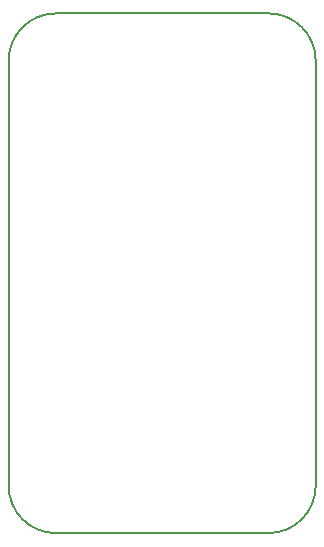
<source format=gm1>
G04 #@! TF.GenerationSoftware,KiCad,Pcbnew,(5.0.0)*
G04 #@! TF.CreationDate,2018-11-04T12:38:02-03:30*
G04 #@! TF.ProjectId,CamCon Board Rev 1.1,43616D436F6E20426F61726420526576,rev?*
G04 #@! TF.SameCoordinates,Original*
G04 #@! TF.FileFunction,Profile,NP*
%FSLAX46Y46*%
G04 Gerber Fmt 4.6, Leading zero omitted, Abs format (unit mm)*
G04 Created by KiCad (PCBNEW (5.0.0)) date 11/04/18 12:38:02*
%MOMM*%
%LPD*%
G01*
G04 APERTURE LIST*
%ADD10C,0.150000*%
G04 APERTURE END LIST*
D10*
X158000000Y-83000000D02*
X140000000Y-83000000D01*
X158000000Y-83000000D02*
G75*
G02X162000000Y-87000000I0J-4000000D01*
G01*
X140000000Y-127000000D02*
X158000000Y-127000000D01*
X162000000Y-123000000D02*
G75*
G02X158000000Y-127000000I-4000000J0D01*
G01*
X140000000Y-127000000D02*
G75*
G02X136000000Y-123000000I0J4000000D01*
G01*
X136000000Y-87000000D02*
G75*
G02X140000000Y-83000000I4000000J0D01*
G01*
X162000000Y-123000000D02*
X162000000Y-87000000D01*
X136000000Y-123000000D02*
X136000000Y-87000000D01*
M02*

</source>
